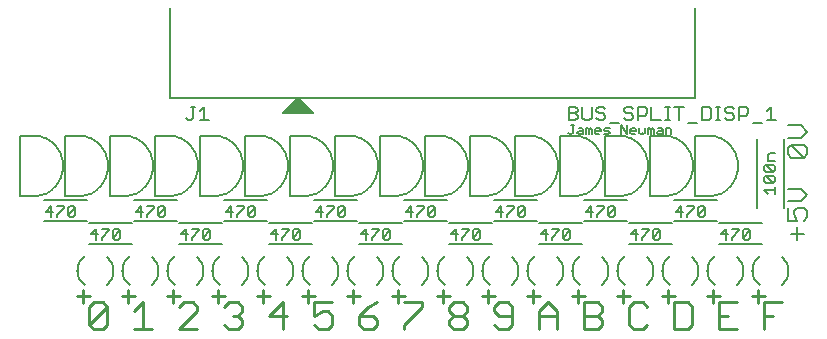
<source format=gto>
G04 Output by ViewMate Deluxe V11.0.9  PentaLogix LLC*
G04 Thu Nov 20 16:07:24 2014*
%FSLAX33Y33*%
%MOMM*%
%IPPOS*%
%ADD17C,0.13*%
%ADD109C,0.254*%
%ADD110C,0.1524*%
%ADD113C,0.127*%

%LPD*%
X0Y0D2*D17*G1X64783Y17394D2*X64783Y17699D1*X48463Y23698D2*X48463Y22725D1*X49634Y23505D2*X49830Y23698D1*X50218Y23698*X50414Y23505*X64173Y16307D2*X63868Y16612D1*X64783Y16612*X64783Y16916D2*X64783Y16307D1*X64630Y17242D2*X64021Y17242D1*X63868Y17394*X63868Y17699*X64021Y17854*X64783Y17699D2*X64630Y17854D1*X64783Y17394D2*X64630Y17242D1*X64021Y17854*X64630Y17854*X64630Y18179D2*X64021Y18179D1*X63868Y18331*X63868Y18636*X64021Y18788*X64630Y18788D2*X64783Y18636D1*X64783Y18331*X64630Y18179*X64021Y18788*X64630Y18788*X64783Y19114D2*X64173Y19114D1*X64173Y19571*X64326Y19723*X64783Y19723*X64056Y23310D2*X64445Y23698D1*X64445Y22530*X64056Y22530D2*X64836Y22530D1*X62888Y22334D2*X63665Y22334D1*X60549Y23505D2*X60744Y23698D1*X61133Y23698*X61328Y23505*X61717Y22530D2*X61717Y23698D1*X62301Y23698*X62497Y23505*X62497Y23114*X62301Y22918*X61717Y22918*X60549Y22725D2*X60744Y22530D1*X61133Y22530*X61328Y22725*X61328Y22918*X61133Y23114*X60744Y23114*X60549Y23310*X60549Y23505*X60157Y23698D2*X59769Y23698D1*X59964Y22530D2*X59964Y23698D1*X59769Y22530D2*X60157Y22530D1*X58598Y22530D2*X58598Y23698D1*X59185Y23698*X59378Y23505*X59378Y22725*X59185Y22530*X58598Y22530*X57429Y22334D2*X58209Y22334D1*X56650Y23698D2*X56650Y22530D1*X56261Y23698D2*X57041Y23698D1*X55481Y23698D2*X55870Y23698D1*X55674Y22530D2*X55674Y23698D1*X55481Y22530D2*X55870Y22530D1*X55090Y22530D2*X54310Y22530D1*X54310Y23698*X53142Y22530D2*X53142Y23698D1*X53142Y22918D2*X53726Y22918D1*X53922Y23114*X53922Y23505*X53726Y23698*X53142Y23698*X52751Y23505D2*X52558Y23698D1*X52167Y23698*X51973Y23505*X51973Y23310*X52167Y23114*X52558Y23114*X52751Y22918*X52751Y22725*X52558Y22530*X52167Y22530*X51973Y22725*X50803Y22334D2*X51582Y22334D1*X49634Y22725D2*X49830Y22530D1*X50218Y22530*X50414Y22725*X50414Y22918*X50218Y23114*X49830Y23114*X49634Y23310*X49634Y23505*X49243Y23698D2*X49243Y22725D1*X49050Y22530*X48659Y22530*X48463Y22725*X47879Y23114D2*X48075Y23310D1*X48075Y23505*X47879Y23698*X47295Y23698*X47295Y22530*X47295Y23114D2*X47879Y23114D1*X48075Y22918*X48075Y22725*X47879Y22530*X47295Y22530*X15105Y22530D2*X14910Y22725D1*X16858Y22530D2*X16078Y22530D1*X16469Y22530D2*X16469Y23698D1*X16078Y23310*X15298Y23698D2*X15690Y23698D1*X15494Y23698D2*X15494Y22725D1*X15298Y22530*X15105Y22530*D17*X24572Y12578D2*X24572Y13205D1*X4585Y15110D2*X4585Y15265D1*X3957Y15265*X3650Y14796D2*X3023Y14796D1*X3492Y15265*X3492Y14326*X3957Y14326D2*X3957Y14483D1*X4585Y15110*X5522Y15110D2*X5364Y15265D1*X5050Y15265*X4895Y15110*X4895Y14483*X5522Y14483D2*X5522Y15110D1*X4895Y14483*X5050Y14326*X5364Y14326*X5522Y14483*X8395Y13205D2*X8395Y13360D1*X7767Y13360*X7460Y12890D2*X6833Y12890D1*X7302Y13360*X7302Y12421*X7767Y12421D2*X7767Y12578D1*X8395Y13205*X8705Y12578D2*X8705Y13205D1*X8860Y13360*X9174Y13360*X9332Y13205*X9332Y12578*X9174Y12421*X8860Y12421*X8705Y12578*X9332Y13205*X12205Y15110D2*X12205Y15265D1*X11577Y15265*X11270Y14796D2*X10643Y14796D1*X11112Y15265*X11112Y14326*X11577Y14326D2*X11577Y14483D1*X12205Y15110*X13142Y15110D2*X12984Y15265D1*X12670Y15265*X12515Y15110*X12515Y14483*X13142Y14483D2*X13142Y15110D1*X12515Y14483*X12670Y14326*X12984Y14326*X13142Y14483*X16015Y13205D2*X16015Y13360D1*X15387Y13360*X15080Y12890D2*X14453Y12890D1*X14922Y13360*X14922Y12421*X15387Y12421D2*X15387Y12578D1*X16015Y13205*X16325Y12578D2*X16325Y13205D1*X16480Y13360*X16794Y13360*X16952Y13205*X16952Y12578*X16794Y12421*X16480Y12421*X16325Y12578*X16952Y13205*X19825Y15110D2*X19825Y15265D1*X19197Y15265*X18890Y14796D2*X18263Y14796D1*X18732Y15265*X18732Y14326*X19197Y14326D2*X19197Y14483D1*X19825Y15110*X20762Y15110D2*X20604Y15265D1*X20290Y15265*X20135Y15110*X20135Y14483*X20762Y14483D2*X20762Y15110D1*X20135Y14483*X20290Y14326*X20604Y14326*X20762Y14483*X23635Y13205D2*X23635Y13360D1*X23007Y13360*X22700Y12890D2*X22073Y12890D1*X22542Y13360*X22542Y12421*X23007Y12421D2*X23007Y12578D1*X23635Y13205*X23945Y12578D2*X23945Y13205D1*X24100Y13360*X24414Y13360*X24572Y13205*X24572Y12578D2*X24414Y12421D1*X24100Y12421*X23945Y12578*X24572Y13205*X27445Y15110D2*X27445Y15265D1*X26817Y15265*X26510Y14796D2*X25883Y14796D1*X26352Y15265*X26352Y14326*X26817Y14326D2*X26817Y14483D1*X27445Y15110*X28382Y15110D2*X28224Y15265D1*X27910Y15265*X27755Y15110*X27755Y14483*X28382Y14483D2*X28382Y15110D1*X27755Y14483*X27910Y14326*X28224Y14326*X28382Y14483*X31255Y13205D2*X31255Y13360D1*X30627Y13360*X30320Y12890D2*X29693Y12890D1*X30162Y13360*X30162Y12421*X30627Y12421D2*X30627Y12578D1*X31255Y13205*X31565Y12578D2*X31720Y12421D1*X32034Y12421*X32192Y12578*X32192Y13205*X31565Y12578*X31565Y13205*X31720Y13360*X32034Y13360*X32192Y13205*X35065Y15110D2*X35065Y15265D1*X34437Y15265*X34130Y14796D2*X33503Y14796D1*X33972Y15265*X33972Y14326*X34437Y14326D2*X34437Y14483D1*X35065Y15110*X36002Y15110D2*X35844Y15265D1*X35530Y15265*X35375Y15110*X35375Y14483*X36002Y14483D2*X36002Y15110D1*X35375Y14483*X35530Y14326*X35844Y14326*X36002Y14483*X38875Y13205D2*X38875Y13360D1*X38247Y13360*X37940Y12890D2*X37313Y12890D1*X37782Y13360*X37782Y12421*X38247Y12421D2*X38247Y12578D1*X38875Y13205*X39185Y12578D2*X39185Y13205D1*X39340Y13360*X39654Y13360*X39812Y13205*X39812Y12578*X39654Y12421*X39340Y12421*X39185Y12578*X39812Y13205*X42685Y15110D2*X42685Y15265D1*X42057Y15265*X41750Y14796D2*X41123Y14796D1*X41592Y15265*X41592Y14326*X42057Y14326D2*X42057Y14483D1*X42685Y15110*X43622Y15110D2*X43464Y15265D1*X43150Y15265*X42995Y15110*X42995Y14483*X43622Y14483D2*X43622Y15110D1*X42995Y14483*X43150Y14326*X43464Y14326*X43622Y14483*X46495Y13205D2*X46495Y13360D1*X45867Y13360*X45560Y12890D2*X44933Y12890D1*X45402Y13360*X45402Y12421*X45867Y12421D2*X45867Y12578D1*X46495Y13205*X46805Y12578D2*X46805Y13205D1*X46960Y13360*X47274Y13360*X47432Y13205*X46805Y12578*X46960Y12421*X47274Y12421*X47432Y12578*X47432Y13205*X62672Y13205D2*X62514Y13360D1*X62200Y13360*X62045Y13205*X62045Y12578D2*X62200Y12421D1*X62514Y12421*X62672Y12578*X62672Y13205*X62045Y12578*X62045Y13205*X60642Y12421D2*X60642Y13360D1*X60173Y12890*X61107Y13360D2*X61735Y13360D1*X61735Y13205*X61107Y12578*X61107Y12421*X60173Y12890D2*X60800Y12890D1*X58235Y15110D2*X58235Y14483D1*X58862Y15110D2*X58862Y14483D1*X58704Y14326*X58390Y14326*X58235Y14483*X58862Y15110*X58704Y15265*X58390Y15265*X58235Y15110*X57297Y15265D2*X57925Y15265D1*X57925Y15110*X57297Y14483*X57297Y14326*X56990Y14796D2*X56363Y14796D1*X56832Y15265*X56832Y14326*X55052Y13205D2*X55052Y12578D1*X54894Y12421*X54580Y12421*X54425Y12578*X55052Y13205*X54894Y13360*X54580Y13360*X54425Y13205*X54425Y12578*X53022Y13360D2*X53022Y12421D1*X53487Y13360D2*X54115Y13360D1*X54115Y13205*X53487Y12578*X53487Y12421*X53180Y12890D2*X52553Y12890D1*X53022Y13360*X51084Y15265D2*X51242Y15110D1*X50305Y15110D2*X50305Y15265D1*X49677Y15265*X49370Y14796D2*X48743Y14796D1*X49212Y15265*X49212Y14326*X49677Y14326D2*X49677Y14483D1*X50305Y15110*X50615Y14483D2*X50770Y14326D1*X51084Y14326*X51242Y14483*X51242Y15110*X50615Y14483*X50615Y15110*X50770Y15265*X51084Y15265*X51773Y22111D2*X51773Y21374D1*X54018Y21864D2*X54140Y21864D1*X54265Y21742*X56007Y21374D2*X56007Y21742D1*X55883Y21864*X55514Y21864*X55514Y21374*X55258Y21742D2*X55136Y21864D1*X54889Y21864*X54767Y21496D2*X54889Y21374D1*X55258Y21374*X55258Y21742*X55258Y21620D2*X54889Y21620D1*X54767Y21496*X54508Y21374D2*X54508Y21742D1*X54386Y21864*X54265Y21742*X54265Y21374*X54018Y21864D2*X54018Y21374D1*X53762Y21864D2*X53762Y21496D1*X53637Y21374*X53515Y21496*X53393Y21374*X53269Y21496*X53269Y21864*X52890Y21374D2*X52644Y21374D1*X52522Y21496*X52522Y21742*X52522Y21620D2*X53012Y21620D1*X53012Y21742*X52890Y21864*X52644Y21864*X52522Y21742*X52263Y22111D2*X52263Y21374D1*X51773Y22111*X50767Y21864D2*X50399Y21864D1*X50277Y21742*X50399Y21620*X50645Y21620*X50767Y21496*X50645Y21374*X50277Y21374*X49896Y21374D2*X49649Y21374D1*X49527Y21496*X49527Y21620D2*X50018Y21620D1*X50018Y21742*X49896Y21864*X49649Y21864*X49527Y21742*X49527Y21496*X48778Y21864D2*X48778Y21374D1*X49025Y21374D2*X49025Y21742D1*X49271Y21374D2*X49271Y21742D1*X49146Y21864*X49025Y21742*X48903Y21864*X48778Y21864*X48522Y21742D2*X48400Y21864D1*X48153Y21864*X48031Y21496D2*X48153Y21374D1*X48522Y21374*X48522Y21742*X48522Y21620D2*X48153Y21620D1*X48031Y21496*X47282Y21496D2*X47404Y21374D1*X47528Y21374*X47650Y21496*X47650Y22111*X47772Y22111D2*X47528Y22111D1*D109*X6223Y8192D2*X6223Y7048D1*X6794Y7620D2*X5652Y7620D1*X15878Y4826D2*X14351Y4826D1*X25273Y7048D2*X25273Y8192D1*X38738Y5207D2*X38738Y5588D1*X38354Y5969*X37592Y5969D2*X37211Y5588D1*X37211Y5207*X37592Y4826*X38354Y4826*X38738Y5207*X41021Y5207D2*X41402Y4826D1*X42164Y4826*X42548Y5207*X59563Y8192D2*X59563Y7048D1*X63373Y7048D2*X63373Y8192D1*X63881Y5969D2*X64643Y5969D1*X63881Y4826D2*X63881Y7115D1*X65408Y7115*X62802Y7620D2*X63944Y7620D1*X60071Y7115D2*X61598Y7115D1*X60833Y5969D2*X60071Y5969D1*X61598Y4826D2*X60071Y4826D1*X60071Y7115*X58992Y7620D2*X60134Y7620D1*X55753Y8192D2*X55753Y7048D1*X55182Y7620D2*X56324Y7620D1*X51943Y7048D2*X51943Y8192D1*X52832Y7115D2*X53594Y7115D1*X53978Y6734*X56261Y4826D2*X56261Y7115D1*X57404Y7115*X57788Y6734*X57788Y5207*X57404Y4826*X56261Y4826*X53978Y5207D2*X53594Y4826D1*X52832Y4826*X52451Y5207*X52451Y6734*X52832Y7115*X51372Y7620D2*X52514Y7620D1*X48641Y7115D2*X48641Y4826D1*X49784Y4826*X50168Y5207*X50168Y5588*X49784Y5969*X48641Y5969D2*X49784Y5969D1*X50168Y6353*X50168Y6734*X49784Y7115*X48641Y7115*X48704Y7620D2*X47562Y7620D1*X48133Y7048D2*X48133Y8192D1*X44831Y5969D2*X46358Y5969D1*X44831Y4826D2*X44831Y6353D1*X46358Y4826D2*X46358Y6353D1*X45593Y7115*X44831Y6353*X44323Y8192D2*X44323Y7048D1*X43752Y7620D2*X44894Y7620D1*X40513Y7048D2*X40513Y8192D1*X41402Y7115D2*X42164Y7115D1*X42548Y6734*X42548Y5207*X42548Y5969D2*X41402Y5969D1*X41021Y6353*X41021Y6734*X41402Y7115*X39942Y7620D2*X41084Y7620D1*X36703Y7048D2*X36703Y8192D1*X37592Y7115D2*X37211Y6734D1*X37211Y6353*X37592Y5969*X38354Y5969*X38738Y6353*X38738Y6734*X38354Y7115*X37592Y7115*X36132Y7620D2*X37274Y7620D1*X32893Y7048D2*X32893Y8192D1*X31118Y5207D2*X31118Y5588D1*X30734Y5969*X29591Y5969*X29591Y5207*X29972Y4826*X30734Y4826*X31118Y5207*X33401Y4826D2*X33401Y5207D1*X34928Y6734*X34928Y7115*X33401Y7115*X32322Y7620D2*X33464Y7620D1*X31118Y7115D2*X30353Y6734D1*X29591Y5969*X29083Y8192D2*X29083Y7048D1*X28512Y7620D2*X29654Y7620D1*X25781Y7115D2*X27308Y7115D1*X25781Y5207D2*X26162Y4826D1*X26924Y4826*X27308Y5207*X27308Y5969*X26924Y6353*X26543Y6353*X25781Y5969*X25781Y7115*X24702Y7620D2*X25844Y7620D1*X23498Y5969D2*X21971Y5969D1*X23114Y4826D2*X23114Y7115D1*X21971Y5969*X21463Y8192D2*X21463Y7048D1*X20892Y7620D2*X22034Y7620D1*X17653Y7048D2*X17653Y8192D1*X18161Y6734D2*X18542Y7115D1*X18923Y5969D2*X19304Y5969D1*X18161Y5207D2*X18542Y4826D1*X19304Y4826*X19688Y5207*X19688Y5588*X19304Y5969*X19688Y6353*X19688Y6734*X19304Y7115*X18542Y7115*X17082Y7620D2*X18224Y7620D1*X14414Y7620D2*X13272Y7620D1*X13843Y7048D2*X13843Y8192D1*X14351Y6734D2*X14732Y7115D1*X15494Y7115*X15878Y6734*X15878Y6353*X14351Y4826*X10541Y4826D2*X12068Y4826D1*X11303Y4826D2*X11303Y7115D1*X10541Y6353*X10033Y8192D2*X10033Y7048D1*X9462Y7620D2*X10604Y7620D1*X8258Y6734D2*X7874Y7115D1*X7112Y7115*X6731Y6734*X6731Y5207*X7112Y4826D2*X7874Y4826D1*X8258Y5207*X8258Y6734*X6731Y5207*X7112Y4826*D110*X8174Y10983D2*X8263Y10907D1*X8346Y10828*X8423Y10739*X8491Y10648*X8552Y10551*X8608Y10450*X8654Y10343*X8694Y10234*X8725Y10122*X8745Y10010*X8758Y9893*X8763Y9779*X8758Y9665*X8745Y9548*X8725Y9436*X8694Y9324*X8654Y9215*X8608Y9108*X8552Y9007*X8491Y8910*X8423Y8819*X8346Y8730*X8263Y8651*X8174Y8575*X5715Y9779D2*X5720Y9662D1*X5733Y9545*X5756Y9428*X5786Y9314*X5827Y9205*X5875Y9098*X5933Y8994*X5997Y8895*X6068Y8804*X6147Y8715*X6233Y8633*X6325Y8560*X12573Y9779D2*X12568Y9893D1*X12555Y10010*X12535Y10122*X12504Y10234*X12464Y10343*X12418Y10450*X12362Y10551*X12301Y10648*X12233Y10739*X12156Y10828*X12073Y10907*X11984Y10983*X9525Y9779D2*X9530Y9898D1*X9545Y10020*X9568Y10137*X9601Y10254*X9642Y10366*X9695Y10478*X9754Y10582*X9820Y10681*X9896Y10775*X9980Y10864*X10069Y10945*X10163Y11019*X12573Y9779D2*X12568Y9665D1*X12555Y9548*X12535Y9436*X12504Y9324*X12464Y9215*X12418Y9108*X12362Y9007*X12301Y8910*X12233Y8819*X12156Y8730*X12073Y8651*X11984Y8575*X9525Y9779D2*X9530Y9662D1*X9543Y9545*X9566Y9428*X9596Y9314*X9637Y9205*X9685Y9098*X9743Y8994*X9807Y8895*X9878Y8804*X9957Y8715*X10043Y8633*X10135Y8560*X24003Y9779D2*X23998Y9893D1*X23985Y10010*X23965Y10122*X23934Y10234*X23894Y10343*X23848Y10450*X23792Y10551*X23731Y10648*X23663Y10739*X23586Y10828*X23503Y10907*X23414Y10983*X20955Y9779D2*X20960Y9898D1*X20975Y10020*X20998Y10137*X21031Y10254*X21072Y10366*X21125Y10478*X21184Y10582*X21250Y10681*X21326Y10775*X21410Y10864*X21499Y10945*X21593Y11019*X24003Y9779D2*X23998Y9665D1*X23985Y9548*X23965Y9436*X23934Y9324*X23894Y9215*X23848Y9108*X23792Y9007*X23731Y8910*X23663Y8819*X23586Y8730*X23503Y8651*X23414Y8575*X20955Y9779D2*X20960Y9662D1*X20973Y9545*X20996Y9428*X21026Y9314*X21067Y9205*X21115Y9098*X21173Y8994*X21237Y8895*X21308Y8804*X21387Y8715*X21473Y8633*X21565Y8560*X27813Y9779D2*X27808Y9893D1*X27795Y10010*X27775Y10122*X27744Y10234*X27704Y10343*X27658Y10450*X27602Y10551*X27541Y10648*X27473Y10739*X27396Y10828*X27313Y10907*X27224Y10983*X24765Y9779D2*X24770Y9898D1*X24785Y10020*X24808Y10137*X24841Y10254*X24882Y10366*X24935Y10478*X24994Y10582*X25060Y10681*X25136Y10775*X25220Y10864*X25309Y10945*X25403Y11019*X27813Y9779D2*X27808Y9665D1*X27795Y9548*X27775Y9436*X27744Y9324*X27704Y9215*X27658Y9108*X27602Y9007*X27541Y8910*X27473Y8819*X27396Y8730*X27313Y8651*X27224Y8575*X24765Y9779D2*X24770Y9662D1*X24783Y9545*X24806Y9428*X24836Y9314*X24877Y9205*X24925Y9098*X24983Y8994*X25047Y8895*X25118Y8804*X25197Y8715*X25283Y8633*X25375Y8560*X31623Y9779D2*X31618Y9893D1*X31605Y10010*X31585Y10122*X31554Y10234*X31514Y10343*X31468Y10450*X31412Y10551*X31351Y10648*X31283Y10739*X31206Y10828*X31123Y10907*X31034Y10983*X28575Y9779D2*X28580Y9898D1*X28595Y10020*X28618Y10137*X28651Y10254*X28692Y10366*X28745Y10478*X28804Y10582*X28870Y10681*X28946Y10775*X29030Y10864*X29119Y10945*X29213Y11019*X31623Y9779D2*X31618Y9665D1*X31605Y9548*X31585Y9436*X31554Y9324*X31514Y9215*X31468Y9108*X31412Y9007*X31351Y8910*X31283Y8819*X31206Y8730*X31123Y8651*X31034Y8575*X28575Y9779D2*X28580Y9662D1*X28593Y9545*X28616Y9428*X28646Y9314*X28687Y9205*X28735Y9098*X28793Y8994*X28857Y8895*X28928Y8804*X29007Y8715*X29093Y8633*X29185Y8560*X35433Y9779D2*X35428Y9893D1*X35415Y10010*X35395Y10122*X35364Y10234*X35324Y10343*X35278Y10450*X35222Y10551*X35161Y10648*X35093Y10739*X35016Y10828*X34933Y10907*X34844Y10983*X32385Y9779D2*X32390Y9898D1*X32405Y10020*X32428Y10137*X32461Y10254*X32502Y10366*X32555Y10478*X32614Y10582*X32680Y10681*X32756Y10775*X32840Y10864*X32929Y10945*X33023Y11019*X35433Y9779D2*X35428Y9665D1*X35415Y9548*X35395Y9436*X35364Y9324*X35324Y9215*X35278Y9108*X35222Y9007*X35161Y8910*X35093Y8819*X35016Y8730*X34933Y8651*X34844Y8575*X32385Y9779D2*X32390Y9662D1*X32403Y9545*X32426Y9428*X32456Y9314*X32497Y9205*X32545Y9098*X32603Y8994*X32667Y8895*X32738Y8804*X32817Y8715*X32903Y8633*X32995Y8560*X39243Y9779D2*X39238Y9893D1*X39225Y10010*X39205Y10122*X39174Y10234*X39134Y10343*X39088Y10450*X39032Y10551*X38971Y10648*X38903Y10739*X38826Y10828*X38743Y10907*X38654Y10983*X36195Y9779D2*X36200Y9898D1*X36215Y10020*X36238Y10137*X36271Y10254*X36312Y10366*X36365Y10478*X36424Y10582*X36490Y10681*X36566Y10775*X36650Y10864*X36739Y10945*X36833Y11019*X39243Y9779D2*X39238Y9665D1*X39225Y9548*X39205Y9436*X39174Y9324*X39134Y9215*X39088Y9108*X39032Y9007*X38971Y8910*X38903Y8819*X38826Y8730*X38743Y8651*X38654Y8575*X36195Y9779D2*X36200Y9662D1*X36213Y9545*X36236Y9428*X36266Y9314*X36307Y9205*X36355Y9098*X36413Y8994*X36477Y8895*X36548Y8804*X36627Y8715*X36713Y8633*X36805Y8560*X46863Y9779D2*X46858Y9893D1*X46845Y10010*X46825Y10122*X46794Y10234*X46754Y10343*X46708Y10450*X46652Y10551*X46591Y10648*X46523Y10739*X46446Y10828*X46363Y10907*X46274Y10983*X43815Y9779D2*X43820Y9898D1*X43835Y10020*X43858Y10137*X43891Y10254*X43932Y10366*X43985Y10478*X44044Y10582*X44110Y10681*X44186Y10775*X44270Y10864*X44359Y10945*X44453Y11019*X46863Y9779D2*X46858Y9665D1*X46845Y9548*X46825Y9436*X46794Y9324*X46754Y9215*X46708Y9108*X46652Y9007*X46591Y8910*X46523Y8819*X46446Y8730*X46363Y8651*X46274Y8575*X43815Y9779D2*X43820Y9662D1*X43833Y9545*X43856Y9428*X43886Y9314*X43927Y9205*X43975Y9098*X44033Y8994*X44097Y8895*X44168Y8804*X44247Y8715*X44333Y8633*X44425Y8560*X50673Y9779D2*X50668Y9893D1*X50655Y10010*X50635Y10122*X50604Y10234*X50564Y10343*X50518Y10450*X50462Y10551*X50401Y10648*X50333Y10739*X50256Y10828*X50173Y10907*X50084Y10983*X47625Y9779D2*X47630Y9898D1*X47645Y10020*X47668Y10137*X47701Y10254*X47742Y10366*X47795Y10478*X47854Y10582*X47920Y10681*X47996Y10775*X48080Y10864*X48169Y10945*X48263Y11019*X50673Y9779D2*X50668Y9665D1*X50655Y9548*X50635Y9436*X50604Y9324*X50564Y9215*X50518Y9108*X50462Y9007*X50401Y8910*X50333Y8819*X50256Y8730*X50173Y8651*X50084Y8575*X47625Y9779D2*X47630Y9662D1*X47643Y9545*X47666Y9428*X47696Y9314*X47737Y9205*X47785Y9098*X47843Y8994*X47907Y8895*X47978Y8804*X48057Y8715*X48143Y8633*X48235Y8560*X54483Y9779D2*X54478Y9893D1*X54465Y10010*X54445Y10122*X54414Y10234*X54374Y10343*X54328Y10450*X54272Y10551*X54211Y10648*X54143Y10739*X54066Y10828*X53983Y10907*X53894Y10983*X51435Y9779D2*X51440Y9898D1*X51455Y10020*X51478Y10137*X51511Y10254*X51552Y10366*X51605Y10478*X51664Y10582*X51730Y10681*X51806Y10775*X51890Y10864*X51979Y10945*X52073Y11019*X54483Y9779D2*X54478Y9665D1*X54465Y9548*X54445Y9436*X54414Y9324*X54374Y9215*X54328Y9108*X54272Y9007*X54211Y8910*X54143Y8819*X54066Y8730*X53983Y8651*X53894Y8575*X51435Y9779D2*X51440Y9662D1*X51453Y9545*X51476Y9428*X51506Y9314*X51547Y9205*X51595Y9098*X51653Y8994*X51717Y8895*X51788Y8804*X51867Y8715*X51953Y8633*X52045Y8560*X62103Y9779D2*X62098Y9893D1*X62085Y10010*X62065Y10122*X62034Y10234*X61994Y10343*X61948Y10450*X61892Y10551*X61831Y10648*X61763Y10739*X61686Y10828*X61603Y10907*X61514Y10983*X59055Y9779D2*X59060Y9898D1*X59075Y10020*X59098Y10137*X59131Y10254*X59172Y10366*X59225Y10478*X59284Y10582*X59350Y10681*X59426Y10775*X59510Y10864*X59599Y10945*X59693Y11019*X62103Y9779D2*X62098Y9665D1*X62085Y9548*X62065Y9436*X62034Y9324*X61994Y9215*X61948Y9108*X61892Y9007*X61831Y8910*X61763Y8819*X61686Y8730*X61603Y8651*X61514Y8575*X59055Y9779D2*X59060Y9662D1*X59073Y9545*X59096Y9428*X59126Y9314*X59167Y9205*X59215Y9098*X59273Y8994*X59337Y8895*X59408Y8804*X59487Y8715*X59573Y8633*X59665Y8560*X65324Y10983D2*X65413Y10907D1*X65496Y10828*X65573Y10739*X65641Y10648*X65702Y10551*X65758Y10450*X65804Y10343*X65844Y10234*X65875Y10122*X65895Y10010*X65908Y9893*X65913Y9779*X63475Y8560D2*X63383Y8633D1*X63297Y8715*X63218Y8804*X63147Y8895*X63083Y8994*X63025Y9098*X62977Y9205*X62936Y9314*X62906Y9428*X62883Y9545*X62870Y9662*X62865Y9779*X63503Y11019D2*X63409Y10945D1*X63320Y10864*X63236Y10775*X63160Y10681*X63094Y10582*X63035Y10478*X62982Y10366*X62941Y10254*X62908Y10137*X62885Y10020*X62870Y9898*X62865Y9779*X65324Y8575D2*X65413Y8651D1*X65496Y8730*X65573Y8819*X65641Y8910*X65702Y9007*X65758Y9108*X65804Y9215*X65844Y9324*X65875Y9436*X65895Y9548*X65908Y9665*X65913Y9779*X60008Y12065D2*X63690Y12065D1*X57704Y10983D2*X57793Y10907D1*X57876Y10828*X57953Y10739*X58021Y10648*X58082Y10551*X58138Y10450*X58184Y10343*X58224Y10234*X58255Y10122*X58275Y10010*X58288Y9893*X58293Y9779*X55855Y8560D2*X55763Y8633D1*X55677Y8715*X55598Y8804*X55527Y8895*X55463Y8994*X55405Y9098*X55357Y9205*X55316Y9314*X55286Y9428*X55263Y9545*X55250Y9662*X55245Y9779*X55883Y11019D2*X55789Y10945D1*X55700Y10864*X55616Y10775*X55540Y10681*X55474Y10582*X55415Y10478*X55362Y10366*X55321Y10254*X55288Y10137*X55265Y10020*X55250Y9898*X55245Y9779*X57704Y8575D2*X57793Y8651D1*X57876Y8730*X57953Y8819*X58021Y8910*X58082Y9007*X58138Y9108*X58184Y9215*X58224Y9324*X58255Y9436*X58275Y9548*X58288Y9665*X58293Y9779*X52388Y12065D2*X56070Y12065D1*X44768Y12065D2*X48450Y12065D1*X42464Y10983D2*X42553Y10907D1*X42636Y10828*X42713Y10739*X42781Y10648*X42842Y10551*X42898Y10450*X42944Y10343*X42984Y10234*X43015Y10122*X43035Y10010*X43048Y9893*X43053Y9779*X40615Y8560D2*X40523Y8633D1*X40437Y8715*X40358Y8804*X40287Y8895*X40223Y8994*X40165Y9098*X40117Y9205*X40076Y9314*X40046Y9428*X40023Y9545*X40010Y9662*X40005Y9779*X40643Y11019D2*X40549Y10945D1*X40460Y10864*X40376Y10775*X40300Y10681*X40234Y10582*X40175Y10478*X40122Y10366*X40081Y10254*X40048Y10137*X40025Y10020*X40010Y9898*X40005Y9779*X42464Y8575D2*X42553Y8651D1*X42636Y8730*X42713Y8819*X42781Y8910*X42842Y9007*X42898Y9108*X42944Y9215*X42984Y9324*X43015Y9436*X43035Y9548*X43048Y9665*X43053Y9779*X37148Y12065D2*X40830Y12065D1*X29528Y12065D2*X33210Y12065D1*X21908Y12065D2*X25590Y12065D1*X17145Y9779D2*X17150Y9898D1*X17165Y10020*X17188Y10137*X17221Y10254*X17262Y10366*X17315Y10478*X17374Y10582*X17440Y10681*X17516Y10775*X17600Y10864*X17689Y10945*X17783Y11019*X20193Y9779D2*X20188Y9893D1*X20175Y10010*X20155Y10122*X20124Y10234*X20084Y10343*X20038Y10450*X19982Y10551*X19921Y10648*X19853Y10739*X19776Y10828*X19693Y10907*X19604Y10983*X17145Y9779D2*X17150Y9662D1*X17163Y9545*X17186Y9428*X17216Y9314*X17257Y9205*X17305Y9098*X17363Y8994*X17427Y8895*X17498Y8804*X17577Y8715*X17663Y8633*X17755Y8560*X20193Y9779D2*X20188Y9665D1*X20175Y9548*X20155Y9436*X20124Y9324*X20084Y9215*X20038Y9108*X19982Y9007*X19921Y8910*X19853Y8819*X19776Y8730*X19693Y8651*X19604Y8575*X15794Y10983D2*X15883Y10907D1*X15966Y10828*X16043Y10739*X16111Y10648*X16172Y10551*X16228Y10450*X16274Y10343*X16314Y10234*X16345Y10122*X16365Y10010*X16378Y9893*X16383Y9779*X13945Y8560D2*X13853Y8633D1*X13767Y8715*X13688Y8804*X13617Y8895*X13553Y8994*X13495Y9098*X13447Y9205*X13406Y9314*X13376Y9428*X13353Y9545*X13340Y9662*X13335Y9779*X13973Y11019D2*X13879Y10945D1*X13790Y10864*X13706Y10775*X13630Y10681*X13564Y10582*X13505Y10478*X13452Y10366*X13411Y10254*X13378Y10137*X13355Y10020*X13340Y9898*X13335Y9779*X15794Y8575D2*X15883Y8651D1*X15966Y8730*X16043Y8819*X16111Y8910*X16172Y9007*X16228Y9108*X16274Y9215*X16314Y9324*X16345Y9436*X16365Y9548*X16378Y9665*X16383Y9779*X17970Y12065D2*X14288Y12065D1*X21780Y15748D2*X18098Y15748D1*X29400Y15748D2*X25718Y15748D1*X37020Y15748D2*X33338Y15748D1*X44640Y15748D2*X40958Y15748D1*X52260Y15748D2*X48578Y15748D1*X59880Y15748D2*X56198Y15748D1*X66131Y19380D2*X67216Y19380D1*X66131Y20465D2*X67216Y20465D1*X67488Y20193*X67488Y19652*X67216Y19380*X66131Y20465*X65860Y20193*X65860Y19652*X66131Y19380*X65860Y16754D2*X66944Y16754D1*X67488Y16213*X66944Y15669*X65860Y15669*X63246Y20955D2*X63246Y15113D1*X65860Y22103D2*X66944Y22103D1*X67488Y21560*X66944Y21018*X65860Y21018*X65532Y15113D2*X65532Y20955D1*X65860Y14034D2*X65860Y15118D1*X67216Y12939D2*X66131Y12939D1*X66675Y13480D2*X66675Y12395D1*X67216Y14034D2*X67488Y14303D1*X67488Y14846*X67216Y15118*X66675Y15118*X66403Y14846*X66403Y14575*X66675Y14034*X65860Y14034*X60008Y13843D2*X63690Y13843D1*X56198Y13970D2*X59880Y13970D1*X52388Y13843D2*X56070Y13843D1*X48578Y13970D2*X52260Y13970D1*X44768Y13843D2*X48450Y13843D1*X40958Y13970D2*X44640Y13970D1*X37148Y13843D2*X40830Y13843D1*X33338Y13970D2*X37020Y13970D1*X29528Y13843D2*X33210Y13843D1*X25718Y13970D2*X29400Y13970D1*X21908Y13843D2*X25590Y13843D1*X18098Y13970D2*X21780Y13970D1*X14288Y13843D2*X17970Y13843D1*X14160Y13970D2*X10478Y13970D1*X10478Y15748D2*X14160Y15748D1*X2858Y15748D2*X6540Y15748D1*X6540Y13970D2*X2858Y13970D1*X10350Y13843D2*X6668Y13843D1*X6668Y12065D2*X10350Y12065D1*X6353Y11019D2*X6259Y10945D1*X6170Y10864*X6086Y10775*X6010Y10681*X5944Y10582*X5885Y10478*X5832Y10366*X5791Y10254*X5758Y10137*X5735Y10020*X5720Y9898*X5715Y9779*D113*X58039Y32004D2*X58039Y24384D1*X13589Y24384*X13589Y32004*X2413Y16129D2*X2568Y16165D1*X2718Y16210*X2868Y16264*X3012Y16327*X3152Y16398*X3289Y16480*X3421Y16568*X3546Y16665*X3665Y16767*X3777Y16878*X3884Y16995*X3983Y17120*X4072Y17249*X4155Y17384*X4229Y17523*X4295Y17668*X4351Y17816*X4399Y17965*X4437Y18120*X4465Y18275*X4486Y18433*X4496Y18590*X4496Y18748*X4486Y18905*X4465Y19063*X4437Y19218*X4399Y19373*X4351Y19522*X4295Y19670*X4229Y19815*X4155Y19954*X4072Y20089*X3983Y20218*X3884Y20343*X3777Y20460*X3665Y20571*X3546Y20673*X3421Y20770*X3289Y20858*X3152Y20940*X3012Y21011*X2868Y21074*X2718Y21128*X2568Y21173*X2413Y21209*X889Y21209*X889Y16129*X2413Y16129*X6223Y16129D2*X6378Y16165D1*X6528Y16210*X6678Y16264*X6822Y16327*X6962Y16398*X7099Y16480*X7231Y16568*X7356Y16665*X7475Y16767*X7587Y16878*X7694Y16995*X7793Y17120*X7882Y17249*X7965Y17384*X8039Y17523*X8105Y17668*X8161Y17816*X8209Y17965*X8247Y18120*X8275Y18275*X8296Y18433*X8306Y18590*X8306Y18748*X8296Y18905*X8275Y19063*X8247Y19218*X8209Y19373*X8161Y19522*X8105Y19670*X8039Y19815*X7965Y19954*X7882Y20089*X7793Y20218*X7694Y20343*X7587Y20460*X7475Y20571*X7356Y20673*X7231Y20770*X7099Y20858*X6962Y20940*X6822Y21011*X6678Y21074*X6528Y21128*X6378Y21173*X6223Y21209*X10033Y21209D2*X10188Y21173D1*X10338Y21128*X10488Y21074*X10632Y21011*X10772Y20940*X10909Y20858*X11041Y20770*X11166Y20673*X11285Y20571*X11397Y20460*X11504Y20343*X11603Y20218*X11692Y20089*X11775Y19954*X11849Y19815*X11915Y19670*X11971Y19522*X12019Y19373*X12057Y19218*X12085Y19063*X12106Y18905*X12116Y18748*X12116Y18590*X12106Y18433*X12085Y18275*X12057Y18120*X12019Y17965*X11971Y17816*X11915Y17668*X11849Y17523*X11775Y17384*X11692Y17249*X11603Y17120*X11504Y16995*X11397Y16878*X11285Y16767*X11166Y16665*X11041Y16568*X10909Y16480*X10772Y16398*X10632Y16327*X10488Y16264*X10338Y16210*X10188Y16165*X10033Y16129*X13843Y16129D2*X13998Y16165D1*X14148Y16210*X14298Y16264*X14442Y16327*X14582Y16398*X14719Y16480*X14851Y16568*X14976Y16665*X15095Y16767*X15207Y16878*X15314Y16995*X15413Y17120*X15502Y17249*X15585Y17384*X15659Y17523*X15725Y17668*X15781Y17816*X15829Y17965*X15867Y18120*X15895Y18275*X15916Y18433*X15926Y18590*X15926Y18748*X15916Y18905*X15895Y19063*X15867Y19218*X15829Y19373*X15781Y19522*X15725Y19670*X15659Y19815*X15585Y19954*X15502Y20089*X15413Y20218*X15314Y20343*X15207Y20460*X15095Y20571*X14976Y20673*X14851Y20770*X14719Y20858*X14582Y20940*X14442Y21011*X14298Y21074*X14148Y21128*X13998Y21173*X13843Y21209*X17653Y21209D2*X17808Y21173D1*X17958Y21128*X18108Y21074*X18252Y21011*X18392Y20940*X18529Y20858*X18661Y20770*X18786Y20673*X18905Y20571*X19017Y20460*X19124Y20343*X19223Y20218*X19312Y20089*X19395Y19954*X19469Y19815*X19535Y19670*X19591Y19522*X19639Y19373*X19677Y19218*X19705Y19063*X19726Y18905*X19736Y18748*X19736Y18590*X19726Y18433*X19705Y18275*X19677Y18120*X19639Y17965*X19591Y17816*X19535Y17668*X19469Y17523*X19395Y17384*X19312Y17249*X19223Y17120*X19124Y16995*X19017Y16878*X18905Y16767*X18786Y16665*X18661Y16568*X18529Y16480*X18392Y16398*X18252Y16327*X18108Y16264*X17958Y16210*X17808Y16165*X17653Y16129*X21463Y16129D2*X21618Y16165D1*X21768Y16210*X21918Y16264*X22062Y16327*X22202Y16398*X22339Y16480*X22471Y16568*X22596Y16665*X22715Y16767*X22827Y16878*X22934Y16995*X23033Y17120*X23122Y17249*X23205Y17384*X23279Y17523*X23345Y17668*X23401Y17816*X23449Y17965*X23487Y18120*X23515Y18275*X23536Y18433*X23546Y18590*X23546Y18748*X23536Y18905*X23515Y19063*X23487Y19218*X23449Y19373*X23401Y19522*X23345Y19670*X23279Y19815*X23205Y19954*X23122Y20089*X23033Y20218*X22934Y20343*X22827Y20460*X22715Y20571*X22596Y20673*X22471Y20770*X22339Y20858*X22202Y20940*X22062Y21011*X21918Y21074*X21768Y21128*X21618Y21173*X21463Y21209*X24277Y24277D2*X24491Y24277D1*X24615Y24153D2*X24153Y24153D1*X24031Y24031D2*X24737Y24031D1*X24862Y23906D2*X23906Y23906D1*X23785Y23785D2*X24983Y23785D1*X25108Y23660D2*X23660Y23660D1*X23538Y23538D2*X25230Y23538D1*X25354Y23414D2*X23414Y23414D1*X23292Y23292D2*X25476Y23292D1*X25601Y23167D2*X23167Y23167D1*X25654Y23114D2*X24384Y24384D1*X23114Y23114*X25654Y23114*X25273Y21209D2*X25428Y21173D1*X25578Y21128*X25728Y21074*X25872Y21011*X26012Y20940*X26149Y20858*X26281Y20770*X26406Y20673*X26525Y20571*X26637Y20460*X26744Y20343*X26843Y20218*X26932Y20089*X27015Y19954*X27089Y19815*X27155Y19670*X27211Y19522*X27259Y19373*X27297Y19218*X27325Y19063*X27346Y18905*X27356Y18748*X27356Y18590*X27346Y18433*X27325Y18275*X27297Y18120*X27259Y17965*X27211Y17816*X27155Y17668*X27089Y17523*X27015Y17384*X26932Y17249*X26843Y17120*X26744Y16995*X26637Y16878*X26525Y16767*X26406Y16665*X26281Y16568*X26149Y16480*X26012Y16398*X25872Y16327*X25728Y16264*X25578Y16210*X25428Y16165*X25273Y16129*X29083Y16129D2*X29238Y16165D1*X29388Y16210*X29538Y16264*X29682Y16327*X29822Y16398*X29959Y16480*X30091Y16568*X30216Y16665*X30335Y16767*X30447Y16878*X30554Y16995*X30653Y17120*X30742Y17249*X30825Y17384*X30899Y17523*X30965Y17668*X31021Y17816*X31069Y17965*X31107Y18120*X31135Y18275*X31156Y18433*X31166Y18590*X31166Y18748*X31156Y18905*X31135Y19063*X31107Y19218*X31069Y19373*X31021Y19522*X30965Y19670*X30899Y19815*X30825Y19954*X30742Y20089*X30653Y20218*X30554Y20343*X30447Y20460*X30335Y20571*X30216Y20673*X30091Y20770*X29959Y20858*X29822Y20940*X29682Y21011*X29538Y21074*X29388Y21128*X29238Y21173*X29083Y21209*X32893Y21209D2*X33048Y21173D1*X33198Y21128*X33348Y21074*X33492Y21011*X33632Y20940*X33769Y20858*X33901Y20770*X34026Y20673*X34145Y20571*X34257Y20460*X34364Y20343*X34463Y20218*X34552Y20089*X34635Y19954*X34709Y19815*X34775Y19670*X34831Y19522*X34879Y19373*X34917Y19218*X34945Y19063*X34966Y18905*X34976Y18748*X34976Y18590*X34966Y18433*X34945Y18275*X34917Y18120*X34879Y17965*X34831Y17816*X34775Y17668*X34709Y17523*X34635Y17384*X34552Y17249*X34463Y17120*X34364Y16995*X34257Y16878*X34145Y16767*X34026Y16665*X33901Y16568*X33769Y16480*X33632Y16398*X33492Y16327*X33348Y16264*X33198Y16210*X33048Y16165*X32893Y16129*X36703Y16129D2*X36858Y16165D1*X37008Y16210*X37158Y16264*X37302Y16327*X37442Y16398*X37579Y16480*X37711Y16568*X37836Y16665*X37955Y16767*X38067Y16878*X38174Y16995*X38273Y17120*X38362Y17249*X38445Y17384*X38519Y17523*X38585Y17668*X38641Y17816*X38689Y17965*X38727Y18120*X38755Y18275*X38776Y18433*X38786Y18590*X38786Y18748*X38776Y18905*X38755Y19063*X38727Y19218*X38689Y19373*X38641Y19522*X38585Y19670*X38519Y19815*X38445Y19954*X38362Y20089*X38273Y20218*X38174Y20343*X38067Y20460*X37955Y20571*X37836Y20673*X37711Y20770*X37579Y20858*X37442Y20940*X37302Y21011*X37158Y21074*X37008Y21128*X36858Y21173*X36703Y21209*X40513Y21209D2*X40668Y21173D1*X40818Y21128*X40968Y21074*X41112Y21011*X41252Y20940*X41389Y20858*X41521Y20770*X41646Y20673*X41765Y20571*X41877Y20460*X41984Y20343*X42083Y20218*X42172Y20089*X42255Y19954*X42329Y19815*X42395Y19670*X42451Y19522*X42499Y19373*X42537Y19218*X42565Y19063*X42586Y18905*X42596Y18748*X42596Y18590*X42586Y18433*X42565Y18275*X42537Y18120*X42499Y17965*X42451Y17816*X42395Y17668*X42329Y17523*X42255Y17384*X42172Y17249*X42083Y17120*X41984Y16995*X41877Y16878*X41765Y16767*X41646Y16665*X41521Y16568*X41389Y16480*X41252Y16398*X41112Y16327*X40968Y16264*X40818Y16210*X40668Y16165*X40513Y16129*X44323Y16129D2*X44478Y16165D1*X44628Y16210*X44778Y16264*X44922Y16327*X45062Y16398*X45199Y16480*X45331Y16568*X45456Y16665*X45575Y16767*X45687Y16878*X45794Y16995*X45893Y17120*X45982Y17249*X46065Y17384*X46139Y17523*X46205Y17668*X46261Y17816*X46309Y17965*X46347Y18120*X46375Y18275*X46396Y18433*X46406Y18590*X46406Y18748*X46396Y18905*X46375Y19063*X46347Y19218*X46309Y19373*X46261Y19522*X46205Y19670*X46139Y19815*X46065Y19954*X45982Y20089*X45893Y20218*X45794Y20343*X45687Y20460*X45575Y20571*X45456Y20673*X45331Y20770*X45199Y20858*X45062Y20940*X44922Y21011*X44778Y21074*X44628Y21128*X44478Y21173*X44323Y21209*X48133Y21209D2*X48288Y21173D1*X48438Y21128*X48588Y21074*X48732Y21011*X48872Y20940*X49009Y20858*X49141Y20770*X49266Y20673*X49385Y20571*X49497Y20460*X49604Y20343*X49703Y20218*X49792Y20089*X49875Y19954*X49949Y19815*X50015Y19670*X50071Y19522*X50119Y19373*X50157Y19218*X50185Y19063*X50206Y18905*X50216Y18748*X50216Y18590*X50206Y18433*X50185Y18275*X50157Y18120*X50119Y17965*X50071Y17816*X50015Y17668*X49949Y17523*X49875Y17384*X49792Y17249*X49703Y17120*X49604Y16995*X49497Y16878*X49385Y16767*X49266Y16665*X49141Y16568*X49009Y16480*X48872Y16398*X48732Y16327*X48588Y16264*X48438Y16210*X48288Y16165*X48133Y16129*X51943Y16129D2*X52098Y16165D1*X52248Y16210*X52398Y16264*X52542Y16327*X52682Y16398*X52819Y16480*X52951Y16568*X53076Y16665*X53195Y16767*X53307Y16878*X53414Y16995*X53513Y17120*X53602Y17249*X53685Y17384*X53759Y17523*X53825Y17668*X53881Y17816*X53929Y17965*X53967Y18120*X53995Y18275*X54016Y18433*X54026Y18590*X54026Y18748*X54016Y18905*X53995Y19063*X53967Y19218*X53929Y19373*X53881Y19522*X53825Y19670*X53759Y19815*X53685Y19954*X53602Y20089*X53513Y20218*X53414Y20343*X53307Y20460*X53195Y20571*X53076Y20673*X52951Y20770*X52819Y20858*X52682Y20940*X52542Y21011*X52398Y21074*X52248Y21128*X52098Y21173*X51943Y21209*X55753Y21209D2*X55908Y21173D1*X56058Y21128*X56208Y21074*X56352Y21011*X56492Y20940*X56629Y20858*X56761Y20770*X56886Y20673*X57005Y20571*X57117Y20460*X57224Y20343*X57323Y20218*X57412Y20089*X57495Y19954*X57569Y19815*X57635Y19670*X57691Y19522*X57739Y19373*X57777Y19218*X57805Y19063*X57826Y18905*X57836Y18748*X57836Y18590*X57826Y18433*X57805Y18275*X57777Y18120*X57739Y17965*X57691Y17816*X57635Y17668*X57569Y17523*X57495Y17384*X57412Y17249*X57323Y17120*X57224Y16995*X57117Y16878*X57005Y16767*X56886Y16665*X56761Y16568*X56629Y16480*X56492Y16398*X56352Y16327*X56208Y16264*X56058Y16210*X55908Y16165*X55753Y16129*X59563Y16129D2*X59718Y16165D1*X59868Y16210*X60018Y16264*X60162Y16327*X60302Y16398*X60439Y16480*X60571Y16568*X60696Y16665*X60815Y16767*X60927Y16878*X61034Y16995*X61133Y17120*X61222Y17249*X61305Y17384*X61379Y17523*X61445Y17668*X61501Y17816*X61549Y17965*X61587Y18120*X61615Y18275*X61636Y18433*X61646Y18590*X61646Y18748*X61636Y18905*X61615Y19063*X61587Y19218*X61549Y19373*X61501Y19522*X61445Y19670*X61379Y19815*X61305Y19954*X61222Y20089*X61133Y20218*X61034Y20343*X60927Y20460*X60815Y20571*X60696Y20673*X60571Y20770*X60439Y20858*X60302Y20940*X60162Y21011*X60018Y21074*X59868Y21128*X59718Y21173*X59563Y21209*X58039Y21209*X58039Y16129*X59563Y16129*X55753Y16129D2*X54229Y16129D1*X54229Y21209*X55753Y21209*X51943Y21209D2*X50419Y21209D1*X50419Y16129*X51943Y16129*X48133Y16129D2*X46609Y16129D1*X46609Y21209*X48133Y21209*X44323Y21209D2*X42799Y21209D1*X42799Y16129*X44323Y16129*X40513Y16129D2*X38989Y16129D1*X38989Y21209*X40513Y21209*X36703Y21209D2*X35179Y21209D1*X35179Y16129*X36703Y16129*X32893Y16129D2*X31369Y16129D1*X31369Y21209*X32893Y21209*X29083Y21209D2*X27559Y21209D1*X27559Y16129*X29083Y16129*X25273Y16129D2*X23749Y16129D1*X23749Y21209*X25273Y21209*X21463Y21209D2*X19939Y21209D1*X19939Y16129*X21463Y16129*X17653Y16129D2*X16129Y16129D1*X16129Y21209*X17653Y21209*X13843Y21209D2*X12319Y21209D1*X12319Y16129*X13843Y16129*X10033Y16129D2*X8509Y16129D1*X8509Y21209*X10033Y21209*X6223Y21209D2*X4699Y21209D1*X4699Y16129*X6223Y16129*X0Y0D2*M02*
</source>
